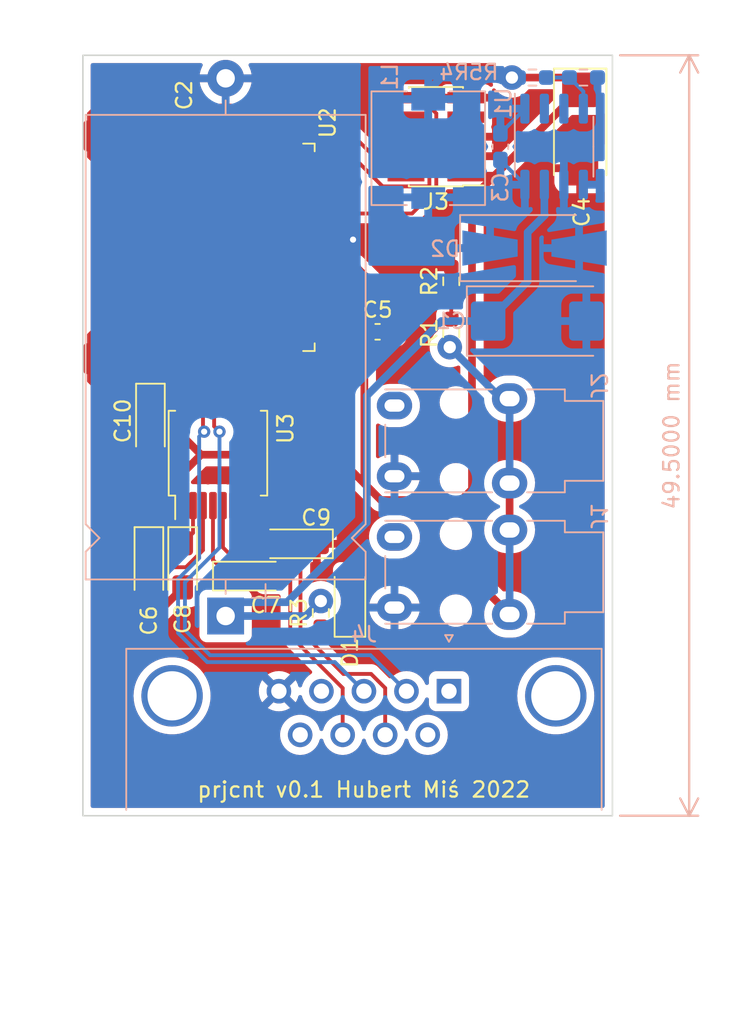
<source format=kicad_pcb>
(kicad_pcb (version 20211014) (generator pcbnew)
  (layers (0 "F.Cu" signal) (31 "B.Cu" signal) (34 "B.Paste" user) (35 "F.Paste" user) (36 "B.SilkS" user "B.Silkscreen") (37 "F.SilkS" user "F.Silkscreen") (38 "B.Mask" user) (39 "F.Mask" user) (44 "Edge.Cuts" user))
  (net 0 "")
  (net 1 "/+12_acc")
  (net 2 "GND")
  (net 3 "Net-(C3-Pad1)")
  (net 4 "Net-(C3-Pad2)")
  (net 5 "VDD")
  (net 6 "Net-(C6-Pad1)")
  (net 7 "Net-(C6-Pad2)")
  (net 8 "Net-(C7-Pad1)")
  (net 9 "Net-(C7-Pad2)")
  (net 10 "Net-(C8-Pad1)")
  (net 11 "Net-(C9-Pad2)")
  (net 12 "Net-(D1-Pad1)")
  (net 13 "+12V")
  (net 14 "/SWDIO")
  (net 15 "/SWDCLK")
  (net 19 "/RESET")
  (net 22 "/RXD")
  (net 23 "/TXD")
  (net 26 "/RTS")
  (net 27 "/CTS")
  (net 29 "/PWR_DETECT")
  (net 30 "Net-(R4-Pad2)")
  (net 33 "unconnected-(U1-Pad5)")
  (net 77 "/UART_RTS")
  (net 78 "/UART_CTS")
  (net 79 "/UART_TX")
  (net 80 "/UART_RX")
  (footprint "Resistor_SMD:R_0603_1608Metric_Pad0.98x0.95mm_HandSolder" (layer "F.Cu") (at 124.8 46.0125 90)
    (fp_text reference "R2" (at 0 -1.43 90) (layer "F.SilkS"))
    (fp_text value "R")
    (fp_line (start -0.254724 0.5225) (end 0.254724 0.5225) (layer "F.SilkS") (width 0.12))
    (fp_line (start -0.254724 -0.5225) (end 0.254724 -0.5225) (layer "F.SilkS") (width 0.12))
    (pad "1" smd roundrect (at -0.9125 0 90) (size 0.975 0.95) (layers "F.Cu" "F.Paste" "F.Mask") (net 29 "/PWR_DETECT"))
    (pad "2" smd roundrect (at 0.9125 0 90) (size 0.975 0.95) (layers "F.Cu" "F.Paste" "F.Mask") (net 2 "GND"))
  )
  (footprint "Diode_SMD:D_SOD-123" (layer "F.Cu") (at 118.2 66.9 90)
    (fp_text reference "D1" (at -3.3 0 90) (layer "F.SilkS"))
    (fp_text value "D")
    (fp_line (start -2.25 -1) (end -2.25 1) (layer "F.SilkS") (width 0.12))
    (fp_line (start -2.25 1) (end 1.65 1) (layer "F.SilkS") (width 0.12))
    (fp_line (start -2.25 -1) (end 1.65 -1) (layer "F.SilkS") (width 0.12))
    (pad "1" smd rect (at -1.65 0 90) (size 0.9 1.2) (layers "F.Cu" "F.Paste" "F.Mask") (net 12 "Net-(D1-Pad1)"))
    (pad "2" smd rect (at 1.65 0 90) (size 0.9 1.2) (layers "F.Cu" "F.Paste" "F.Mask") (net 13 "+12V"))
  )
  (footprint "Resistor_SMD:R_0603_1608Metric_Pad0.98x0.95mm_HandSolder" (layer "F.Cu") (at 124.8 49.3875 90)
    (fp_text reference "R1" (at 0 -1.43 90) (layer "F.SilkS"))
    (fp_text value "R")
    (fp_line (start -0.254724 -0.5225) (end 0.254724 -0.5225) (layer "F.SilkS") (width 0.12))
    (fp_line (start -0.254724 0.5225) (end 0.254724 0.5225) (layer "F.SilkS") (width 0.12))
    (pad "1" smd roundrect (at -0.9125 0 90) (size 0.975 0.95) (layers "F.Cu" "F.Paste" "F.Mask") (net 13 "+12V"))
    (pad "2" smd roundrect (at 0.9125 0 90) (size 0.975 0.95) (layers "F.Cu" "F.Paste" "F.Mask") (net 29 "/PWR_DETECT"))
  )
  (footprint "Capacitor_Tantalum_SMD:CP_EIA-3216-18_Kemet-A_Pad1.58x1.35mm_HandSolder" (layer "F.Cu") (at 111.7625 65.2)
    (fp_text reference "C7" (at 0.9375 1.9) (layer "F.SilkS"))
    (fp_text value "1u")
    (fp_line (start -2.485 -0.935) (end -2.485 0.935) (layer "F.SilkS") (width 0.12))
    (fp_line (start 1.6 -0.935) (end -2.485 -0.935) (layer "F.SilkS") (width 0.12))
    (fp_line (start -2.485 0.935) (end 1.6 0.935) (layer "F.SilkS") (width 0.12))
    (pad "1" smd roundrect (at -1.4375 0) (size 1.575 1.35) (layers "F.Cu" "F.Paste" "F.Mask") (roundrect_rratio 0.1851851852) (net 8 "Net-(C7-Pad1)"))
    (pad "2" smd roundrect (at 1.4375 0) (size 1.575 1.35) (layers "F.Cu" "F.Paste" "F.Mask") (roundrect_rratio 0.1851851852) (net 9 "Net-(C7-Pad2)"))
  )
  (footprint "Capacitor_Tantalum_SMD:CP_EIA-3216-18_Kemet-A_Pad1.58x1.35mm_HandSolder" (layer "F.Cu") (at 105.1 64.5 -90)
    (fp_text reference "C6" (at 3.6 0 90) (layer "F.SilkS"))
    (fp_text value "1u")
    (fp_line (start -2.485 -0.935) (end -2.485 0.935) (layer "F.SilkS") (width 0.12))
    (fp_line (start -2.485 0.935) (end 1.6 0.935) (layer "F.SilkS") (width 0.12))
    (fp_line (start 1.6 -0.935) (end -2.485 -0.935) (layer "F.SilkS") (width 0.12))
    (pad "1" smd roundrect (at -1.4375 0 270) (size 1.575 1.35) (layers "F.Cu" "F.Paste" "F.Mask") (roundrect_rratio 0.1851851852) (net 6 "Net-(C6-Pad1)"))
    (pad "2" smd roundrect (at 1.4375 0 270) (size 1.575 1.35) (layers "F.Cu" "F.Paste" "F.Mask") (roundrect_rratio 0.1851851852) (net 7 "Net-(C6-Pad2)"))
  )
  (footprint "Connector_PinHeader_1.27mm:PinHeader_2x05_P1.27mm_Vertical_SMD" (layer "F.Cu") (at 123.8 36.6 180)
    (fp_text reference "J3" (at 0 -4.235) (layer "F.SilkS"))
    (fp_text value "Conn_ARM_JTAG_SWD_10")
    (fp_line (start 1.765 -3.235) (end 1.765 -3.17) (layer "F.SilkS") (width 0.12))
    (fp_line (start -1.765 -3.235) (end 1.765 -3.235) (layer "F.SilkS") (width 0.12))
    (fp_line (start -1.765 -3.235) (end -1.765 -3.17) (layer "F.SilkS") (width 0.12))
    (fp_line (start 1.765 3.17) (end 1.765 3.235) (layer "F.SilkS") (width 0.12))
    (fp_line (start -3.09 -3.17) (end -1.765 -3.17) (layer "F.SilkS") (width 0.12))
    (fp_line (start -1.765 3.17) (end -1.765 3.235) (layer "F.SilkS") (width 0.12))
    (fp_line (start -1.765 3.235) (end 1.765 3.235) (layer "F.SilkS") (width 0.12))
    (pad "1" smd rect (at -1.95 -2.54 180) (size 2.4 0.74) (layers "F.Cu" "F.Paste" "F.Mask") (net 5 "VDD"))
    (pad "2" smd rect (at 1.95 -2.54 180) (size 2.4 0.74) (layers "F.Cu" "F.Paste" "F.Mask") (net 14 "/SWDIO"))
    (pad "3" smd rect (at -1.95 -1.27 180) (size 2.4 0.74) (layers "F.Cu" "F.Paste" "F.Mask") (net 2 "GND"))
    (pad "4" smd rect (at 1.95 -1.27 180) (size 2.4 0.74) (layers "F.Cu" "F.Paste" "F.Mask") (net 15 "/SWDCLK"))
    (pad "5" smd rect (at -1.95 0 180) (size 2.4 0.74) (layers "F.Cu" "F.Paste" "F.Mask") (net 2 "GND"))
    (pad "6" smd rect (at 1.95 0 180) (size 2.4 0.74) (layers "F.Cu" "F.Paste" "F.Mask"))
    (pad "7" smd rect (at -1.95 1.27 180) (size 2.4 0.74) (layers "F.Cu" "F.Paste" "F.Mask"))
    (pad "8" smd rect (at 1.95 1.27 180) (size 2.4 0.74) (layers "F.Cu" "F.Paste" "F.Mask"))
    (pad "9" smd rect (at -1.95 2.54 180) (size 2.4 0.74) (layers "F.Cu" "F.Paste" "F.Mask") (net 2 "GND"))
    (pad "10" smd rect (at 1.95 2.54 180) (size 2.4 0.74) (layers "F.Cu" "F.Paste" "F.Mask") (net 19 "/RESET"))
  )
  (footprint "Package_SO:SSOP-16_5.3x6.2mm_P0.65mm" (layer "F.Cu") (at 109.6 57.2 90)
    (fp_text reference "U3" (at 1.6 4.4 90) (layer "F.SilkS"))
    (fp_text value "MAX232")
    (fp_line (start 0 -3.21) (end -2.76 -3.21) (layer "F.SilkS") (width 0.12))
    (fp_line (start 0 3.21) (end -2.76 3.21) (layer "F.SilkS") (width 0.12))
    (fp_line (start 0 3.21) (end 2.76 3.21) (layer "F.SilkS") (width 0.12))
    (fp_line (start -2.76 3.21) (end -2.76 2.785) (layer "F.SilkS") (width 0.12))
    (fp_line (start 2.76 3.21) (end 2.76 2.785) (layer "F.SilkS") (width 0.12))
    (fp_line (start -2.76 -2.785) (end -4.3 -2.785) (layer "F.SilkS") (width 0.12))
    (fp_line (start 0 -3.21) (end 2.76 -3.21) (layer "F.SilkS") (width 0.12))
    (fp_line (start 2.76 -3.21) (end 2.76 -2.785) (layer "F.SilkS") (width 0.12))
    (fp_line (start -2.76 -3.21) (end -2.76 -2.785) (layer "F.SilkS") (width 0.12))
    (pad "1" smd roundrect (at -3.4125 -2.275 90) (size 1.775 0.5) (layers "F.Cu" "F.Paste" "F.Mask") (net 6 "Net-(C6-Pad1)"))
    (pad "2" smd roundrect (at -3.4125 -1.625 90) (size 1.775 0.5) (layers "F.Cu" "F.Paste" "F.Mask") (net 10 "Net-(C8-Pad1)"))
    (pad "3" smd roundrect (at -3.4125 -0.975 90) (size 1.775 0.5) (layers "F.Cu" "F.Paste" "F.Mask") (net 7 "Net-(C6-Pad2)"))
    (pad "4" smd roundrect (at -3.4125 -0.325 90) (size 1.775 0.5) (layers "F.Cu" "F.Paste" "F.Mask") (net 8 "Net-(C7-Pad1)"))
    (pad "5" smd roundrect (at -3.4125 0.325 90) (size 1.775 0.5) (layers "F.Cu" "F.Paste" "F.Mask") (net 9 "Net-(C7-Pad2)"))
    (pad "6" smd roundrect (at -3.4125 0.975 90) (size 1.775 0.5) (layers "F.Cu" "F.Paste" "F.Mask") (net 11 "Net-(C9-Pad2)"))
    (pad "7" smd roundrect (at -3.4125 1.625 90) (size 1.775 0.5) (layers "F.Cu" "F.Paste" "F.Mask") (net 27 "/CTS"))
    (pad "8" smd roundrect (at -3.4125 2.275 90) (size 1.775 0.5) (layers "F.Cu" "F.Paste" "F.Mask") (net 26 "/RTS"))
    (pad "9" smd roundrect (at 3.4125 2.275 90) (size 1.775 0.5) (layers "F.Cu" "F.Paste" "F.Mask") (net 77 "/UART_RTS"))
    (pad "10" smd roundrect (at 3.4125 1.625 90) (size 1.775 0.5) (layers "F.Cu" "F.Paste" "F.Mask") (net 78 "/UART_CTS"))
    (pad "11" smd roundrect (at 3.4125 0.975 90) (size 1.775 0.5) (layers "F.Cu" "F.Paste" "F.Mask") (net 79 "/UART_TX"))
    (pad "12" smd roundrect (at 3.4125 0.325 90) (size 1.775 0.5) (layers "F.Cu" "F.Paste" "F.Mask") (net 80 "/UART_RX"))
    (pad "13" smd roundrect (at 3.4125 -0.325 90) (size 1.775 0.5) (layers "F.Cu" "F.Paste" "F.Mask") (net 22 "/RXD"))
    (pad "14" smd roundrect (at 3.4125 -0.975 90) (size 1.775 0.5) (layers "F.Cu" "F.Paste" "F.Mask") (net 23 "/TXD"))
    (pad "15" smd roundrect (at 3.4125 -1.625 90) (size 1.775 0.5) (layers "F.Cu" "F.Paste" "F.Mask") (net 2 "GND"))
    (pad "16" smd roundrect (at 3.4125 -2.275 90) (size 1.775 0.5) (layers "F.Cu" "F.Paste" "F.Mask") (net 5 "VDD"))
  )
  (footprint "Capacitor_Tantalum_SMD:CP_EIA-6032-28_Kemet-C_Pad2.25x2.35mm_HandSolder" (layer "F.Cu") (at 133.2 36.1 -90)
    (fp_text reference "C4" (at 5.4 -0.1 90) (layer "F.SilkS"))
    (fp_text value "100u 10V")
    (fp_line (start 3 -1.71) (end -3.935 -1.71) (layer "F.SilkS") (width 0.12))
    (fp_line (start -3.935 1.71) (end 3 1.71) (layer "F.SilkS") (width 0.12))
    (fp_line (start -3.935 -1.71) (end -3.935 1.71) (layer "F.SilkS") (width 0.12))
    (pad "1" smd roundrect (at -2.55 0 270) (size 2.25 2.35) (layers "F.Cu" "F.Paste" "F.Mask") (roundrect_rratio 0.1111111111) (net 5 "VDD"))
    (pad "2" smd roundrect (at 2.55 0 270) (size 2.25 2.35) (layers "F.Cu" "F.Paste" "F.Mask") (roundrect_rratio 0.1111111111) (net 2 "GND"))
  )
  (footprint "Capacitor_Tantalum_SMD:CP_EIA-3216-18_Kemet-A_Pad1.58x1.35mm_HandSolder" (layer "F.Cu") (at 107.3 64.5 -90)
    (fp_text reference "C8" (at 3.5 0 90) (layer "F.SilkS"))
    (fp_text value "1u")
    (fp_line (start 1.6 -0.935) (end -2.485 -0.935) (layer "F.SilkS") (width 0.12))
    (fp_line (start -2.485 -0.935) (end -2.485 0.935) (layer "F.SilkS") (width 0.12))
    (fp_line (start -2.485 0.935) (end 1.6 0.935) (layer "F.SilkS") (width 0.12))
    (pad "1" smd roundrect (at -1.4375 0 270) (size 1.575 1.35) (layers "F.Cu" "F.Paste" "F.Mask") (roundrect_rratio 0.1851851852) (net 10 "Net-(C8-Pad1)"))
    (pad "2" smd roundrect (at 1.4375 0 270) (size 1.575 1.35) (layers "F.Cu" "F.Paste" "F.Mask") (roundrect_rratio 0.1851851852) (net 5 "VDD"))
  )
  (footprint "Capacitor_Tantalum_SMD:CP_EIA-3216-18_Kemet-A_Pad1.58x1.35mm_HandSolder" (layer "F.Cu") (at 114.6 63.1 180)
    (fp_text reference "C9" (at -1.4 1.7) (layer "F.SilkS"))
    (fp_text value "1u")
    (fp_line (start -2.485 0.935) (end 1.6 0.935) (layer "F.SilkS") (width 0.12))
    (fp_line (start 1.6 -0.935) (end -2.485 -0.935) (layer "F.SilkS") (width 0.12))
    (fp_line (start -2.485 -0.935) (end -2.485 0.935) (layer "F.SilkS") (width 0.12))
    (pad "1" smd roundrect (at -1.4375 0 180) (size 1.575 1.35) (layers "F.Cu" "F.Paste" "F.Mask") (roundrect_rratio 0.1851851852) (net 2 "GND"))
    (pad "2" smd roundrect (at 1.4375 0 180) (size 1.575 1.35) (layers "F.Cu" "F.Paste" "F.Mask") (roundrect_rratio 0.1851851852) (net 11 "Net-(C9-Pad2)"))
  )
  (footprint "Capacitor_Tantalum_SMD:CP_EIA-3216-18_Kemet-A_Pad1.58x1.35mm_HandSolder" (layer "F.Cu") (at 105.2 55.1625 -90)
    (fp_text reference "C10" (at -0.0625 1.8 90) (layer "F.SilkS"))
    (fp_text value "1u")
    (fp_line (start -2.485 -0.935) (end -2.485 0.935) (layer "F.SilkS") (width 0.12))
    (fp_line (start 1.6 -0.935) (end -2.485 -0.935) (layer "F.SilkS") (width 0.12))
    (fp_line (start -2.485 0.935) (end 1.6 0.935) (layer "F.SilkS") (width 0.12))
    (pad "1" smd roundrect (at -1.4375 0 270) (size 1.575 1.35) (layers "F.Cu" "F.Paste" "F.Mask") (roundrect_rratio 0.1851851852) (net 5 "VDD"))
    (pad "2" smd roundrect (at 1.4375 0 270) (size 1.575 1.35) (layers "F.Cu" "F.Paste" "F.Mask") (roundrect_rratio 0.1851851852) (net 2 "GND"))
  )
  (footprint "holyiot:Holyiot-18010" (layer "F.Cu") (at 97.9 43.8 90)
    (fp_text reference "U2" (at 8.1 18.85 90 unlocked) (layer "F.SilkS"))
    (fp_text value "Holyiot-18010")
    (fp_line (start 6.75 18) (end 6.75 17.25) (layer "F.SilkS") (width 0.12))
    (fp_line (start -6.75 18) (end -6.75 17.25) (layer "F.SilkS") (width 0.12))
    (fp_line (start -6.75 18) (end -6.25 18) (layer "F.SilkS") (width 0.12))
    (fp_line (start 6.75 18) (end 6.25 18) (layer "F.SilkS") (width 0.12))
    (pad "1" smd roundrect (at -7.25 3.3 90) (size 2 0.7) (layers "F.Cu" "F.Paste" "F.Mask") (net 2 "GND"))
    (pad "2" smd roundrect (at -7.25 4.4 90) (size 2 0.7) (layers "F.Cu" "F.Paste" "F.Mask"))
    (pad "3" smd roundrect (at -7.25 5.5 90) (size 2 0.7) (layers "F.Cu" "F.Paste" "F.Mask"))
    (pad "4" smd roundrect (at -7.25 6.6 90) (size 2 0.7) (layers "F.Cu" "F.Paste" "F.Mask"))
    (pad "5" smd roundrect (at -7.25 7.7 90) (size 2 0.7) (layers "F.Cu" "F.Paste" "F.Mask"))
    (pad "6" smd roundrect (at -7.25 8.8 90) (size 2 0.7) (layers "F.Cu" "F.Paste" "F.Mask"))
    (pad "7" smd roundrect (at -7.25 9.9 90) (size 2 0.7) (layers "F.Cu" "F.Paste" "F.Mask"))
    (pad "8" smd roundrect (at -7.25 11 90) (size 2 0.7) (layers "F.Cu" "F.Paste" "F.Mask"))
    (pad "9" smd roundrect (at -7.25 12.1 90) (size 2 0.7) (layers "F.Cu" "F.Paste" "F.Mask") (net 80 "/UART_RX"))
    (pad "10" smd roundrect (at -7.25 13.2 90) (size 2 0.7) (layers "F.Cu" "F.Paste" "F.Mask") (net 79 "/UART_TX"))
    (pad "11" smd roundrect (at -7.25 14.3 90) (size 2 0.7) (layers "F.Cu" "F.Paste" "F.Mask") (net 78 "/UART_CTS"))
    (pad "12" smd roundrect (at -7.25 15.4 90) (size 2 0.7) (layers "F.Cu" "F.Paste" "F.Mask") (net 77 "/UART_RTS"))
    (pad "13" smd roundrect (at -7.25 16.5 90) (size 2 0.7) (layers "F.Cu" "F.Paste" "F.Mask"))
    (pad "14" smd roundrect (at -5.5 18.5 180) (size 2 0.7) (layers "F.Cu" "F.Paste" "F.Mask") (net 5 "VDD"))
    (pad "15" smd roundrect (at -4.4 18.5 180) (size 2 0.7) (layers "F.Cu" "F.Paste" "F.Mask"))
    (pad "16" smd roundrect (at -3.3 18.5 180) (size 2 0.7) (layers "F.Cu" "F.Paste" "F.Mask"))
    (pad "17" smd roundrect (at -2.2 18.5 180) (size 2 0.7) (layers "F.Cu" "F.Paste" "F.Mask"))
    (pad "18" smd roundrect (at -1.1 18.5 180) (size 2 0.7) (layers "F.Cu" "F.Paste" "F.Mask") (net 29 "/PWR_DETECT"))
    (pad "19" smd roundrect (at 0 18.5 180) (size 2 0.7) (layers "F.Cu" "F.Paste" "F.Mask"))
    (pad "20" smd roundrect (at 1.1 18.5 180) (size 2 0.7) (layers "F.Cu" "F.Paste" "F.Mask"))
    (pad "21" smd roundrect (at 2.2 18.5 180) (size 2 0.7) (layers "F.Cu" "F.Paste" "F.Mask") (net 19 "/RESET"))
    (pad "22" smd roundrect (at 3.3 18.5 180) (size 2 0.7) (layers "F.Cu" "F.Paste" "F.Mask"))
    (pad "23" smd roundrect (at 4.4 18.5 180) (size 2 0.7) (layers "F.Cu" "F.Paste" "F.Mask"))
    (pad "24" smd roundrect (at 5.5 18.5 180) (size 2 0.7) (layers "F.Cu" "F.Paste" "F.Mask"))
    (pad "25" smd roundrect (at 7.25 16.5 90) (size 2 0.7) (layers "F.Cu" "F.Paste" "F.Mask") (net 2 "GND"))
    (pad "26" smd roundrect (at 7.25 15.4 90) (size 2 0.7) (layers "F.Cu" "F.Paste" "F.Mask"))
    (pad "27" smd roundrect (at 7.25 14.3 90) (size 2 0.7) (layers "F.Cu" "F.Paste" "F.Mask"))
    (pad "28" smd roundrect (at 7.25 13.2 90) (size 2 0.7) (layers "F.Cu" "F.Paste" "F.Mask"))
    (pad "29" smd roundrect (at 7.25 12.1 90) (size 2 0.7) (layers "F.Cu" "F.Paste" "F.Mask"))
    (pad "30" smd roundrect (at 7.25 11 90) (size 2 0.7) (layers "F.Cu" "F.Paste" "F.Mask"))
    (pad "31" smd roundrect (at 7.25 9.9 90) (size 2 0.7) (layers "F.Cu" "F.Paste" "F.Mask") (net 15 "/SWDCLK"))
    (pad "32" smd roundrect (at 7.25 8.8 90) (size 2 0.7) (layers "F.Cu" "F.Paste" "F.Mask") (net 14 "/SWDIO"))
    (pad "33" smd roundrect (at 7.25 7.7 90) (size 2 0.7) (layers "F.Cu" "F.Paste" "F.Mask"))
    (pad "34" smd roundrect (at 7.25 6.6 90) (size 2 0.7) (layers "F.Cu" "F.Paste" "F.Mask"))
    (pad "35" smd roundrect (at 7.25 5.5 90) (size 2 0.7) (layers "F.Cu" "F.Paste" "F.Mask"))
    (pad "36" smd roundrect (at 7.25 4.4 90) (size 2 0.7) (layers "F.Cu" "F.Paste" "F.Mask"))
    (pad "37" smd roundrect (at 7.25 3.3 90) (size 2 0.7) (layers "F.Cu" "F.Paste" "F.Mask") (net 2 "GND"))
    (pad "38" smd roundrect (at -4.25 5.5 90) (size 1 0.7) (layers "F.Cu" "F.Paste" "F.Mask"))
    (pad "39" smd roundrect (at -4.25 6.6 90) (size 1 0.7) (layers "F.Cu" "F.Paste" "F.Mask"))
    (pad "40" smd roundrect (at -4.25 7.7 90) (size 1 0.7) (layers "F.Cu" "F.Paste" "F.Mask"))
    (pad "41" smd roundrect (at -4.25 8.8 90) (size 1 0.7) (layers "F.Cu" "F.Paste" "F.Mask"))
    (pad "42" smd roundrect (at -4.25 9.9 90) (size 1 0.7) (layers "F.Cu" "F.Paste" "F.Mask"))
    (pad "43" smd roundrect (at -4.25 11 90) (size 1 0.7) (layers "F.Cu" "F.Paste" "F.Mask"))
    (pad "44" smd roundrect (at -4.25 12.1 90) (size 1 0.7) (layers "F.Cu" "F.Paste" "F.Mask"))
    (pad "45" smd roundrect (at -4.25 13.2 90) (size 1 0.7) (layers "F.Cu" "F.Paste" "F.Mask"))
    (pad "46" smd roundrect (at -4.25 14.3 90) (size 1 0.7) (layers "F.Cu" "F.Paste" "F.Mask"))
    (pad "47" smd roundrect (at 4.25 5.5 90) (size 1 0.7) (layers "F.Cu" "F.Paste" "F.Mask"))
    (pad "48" smd roundrect (at 4.25 6.6 90) (size 1 0.7) (layers "F.Cu" "F.Paste" "F.Mask"))
    (pad "49" smd roundrect (at 4.25 7.7 90) (size 1 0.7) (layers "F.Cu" "F.Paste" "F.Mask"))
    (pad "50" smd roundrect (at 4.25 8.8 90) (size 1 0.7) (layers "F.Cu" "F.Paste" "F.Mask"))
    (pad "51" smd roundrect (at 4.25 9.9 90) (size 1 0.7) (layers "F.Cu" "F.Paste" "F.Mask"))
    (pad "52" smd roundrect (at 4.25 11 90) (size 1 0.7) (layers "F.Cu" "F.Paste" "F.Mask"))
    (pad "53" smd roundrect (at 4.25 12.1 90) (size 1 0.7) (layers "F.Cu" "F.Paste" "F.Mask"))
    (pad "54" smd roundrect (at 4.25 13.2 90) (size 1 0.7) (layers "F.Cu" "F.Paste" "F.Mask"))
    (pad "55" smd roundrect (at 4.25 14.3 90) (size 1 0.7) (layers "F.Cu" "F.Paste" "F.Mask"))
    (zone (net 0) (net_name "") (layers *.Cu) (name "Antenna proximity") (connect_pads (clearance 0)) (min_thickness 0.254)
      (keepout (tracks not_allowed) (vias not_allowed) (pads not_allowed) (copperpour not_allowed) (footprints not_allowed))
      (fill (thermal_gap 0.508) (thermal_bridge_width 0.508))
      (polygon (pts (xy 100.7 32.05) (xy 100.7 55.55) (xy 95.4 55.55) (xy 95.4 32.05)))
    )
  )
  (footprint "Capacitor_SMD:C_0603_1608Metric_Pad1.08x0.95mm_HandSolder" (layer "F.Cu") (at 120 49.3)
    (fp_text reference "C5" (at 0 -1.43) (layer "F.SilkS"))
    (fp_text value "C")
    (fp_line (start -0.146267 0.51) (end 0.146267 0.51) (layer "F.SilkS") (width 0.12))
    (fp_line (start -0.146267 -0.51) (end 0.146267 -0.51) (layer "F.SilkS") (width 0.12))
    (pad "1" smd roundrect (at -0.8625 0) (size 1.075 0.95) (layers "F.Cu" "F.Paste" "F.Mask") (net 5 "VDD"))
    (pad "2" smd roundrect (at 0.8625 0) (size 1.075 0.95) (layers "F.Cu" "F.Paste" "F.Mask") (net 2 "GND"))
  )
  (footprint "Resistor_SMD:R_0603_1608Metric_Pad0.98x0.95mm_HandSolder" (layer "F.Cu") (at 116.3 67.6 90)
    (fp_text reference "R3" (at 0 -1.43 90) (layer "F.SilkS"))
    (fp_text value "600")
    (fp_line (start -0.254724 -0.5225) (end 0.254724 -0.5225) (layer "F.SilkS") (width 0.12))
    (fp_line (start -0.254724 0.5225) (end 0.254724 0.5225) (layer "F.SilkS") (width 0.12))
    (pad "1" smd roundrect (at -0.9125 0 90) (size 0.975 0.95) (layers "F.Cu" "F.Paste" "F.Mask") (net 12 "Net-(D1-Pad1)"))
    (pad "2" smd roundrect (at 0.9125 0 90) (size 0.975 0.95) (layers "F.Cu" "F.Paste" "F.Mask") (net 1 "/+12_acc"))
  )
  (footprint "Capacitor_THT:CP_Axial_L30.0mm_D18.0mm_P35.00mm_Horizontal" (layer "B.Cu") (at 110.1 67.8 90)
    (fp_text reference "C2" (at 33.9 -2.7 90) (layer "F.SilkS"))
    (fp_text value "2u2 25V")
    (fp_line (start 4.18 9.12) (end 5.08 8.22) (layer "B.SilkS") (width 0.12))
    (fp_line (start 0.28 2.6) (end 2.08 2.6) (layer "B.SilkS") (width 0.12))
    (fp_line (start 5.08 -8.22) (end 5.98 -9.12) (layer "B.SilkS") (width 0.12))
    (fp_line (start 5.98 -9.12) (end 32.62 -9.12) (layer "B.SilkS") (width 0.12))
    (fp_line (start 1.44 0) (end 2.38 0) (layer "B.SilkS") (width 0.12))
    (fp_line (start 5.08 8.22) (end 5.98 9.12) (layer "B.SilkS") (width 0.12))
    (fp_line (start 33.56 0) (end 32.62 0) (layer "B.SilkS") (width 0.12))
    (fp_line (start 2.38 -9.12) (end 4.18 -9.12) (layer "B.SilkS") (width 0.12))
    (fp_line (start 1.18 3.5) (end 1.18 1.7) (layer "B.SilkS") (width 0.12))
    (fp_line (start 5.98 9.12) (end 32.62 9.12) (layer "B.SilkS") (width 0.12))
    (fp_line (start 32.62 9.12) (end 32.62 -9.12) (layer "B.SilkS") (width 0.12))
    (fp_line (start 2.38 9.12) (end 2.38 -9.12) (layer "B.SilkS") (width 0.12))
    (fp_line (start 4.18 -9.12) (end 5.08 -8.22) (layer "B.SilkS") (width 0.12))
    (fp_line (start 2.38 9.12) (end 4.18 9.12) (layer "B.SilkS") (width 0.12))
    (pad "1" thru_hole rect (at 0 0 90) (size 2.4 2.4) (drill 1.2) (layers *.Cu *.Mask) (net 1 "/+12_acc"))
    (pad "2" thru_hole oval (at 35 0 90) (size 2.4 2.4) (drill 1.2) (layers *.Cu *.Mask) (net 2 "GND"))
  )
  (footprint "Resistor_SMD:R_0603_1608Metric_Pad0.98x0.95mm_HandSolder" (layer "B.Cu") (at 133.4125 32.75)
    (fp_text reference "R5" (at -6.5125 -0.35) (layer "B.SilkS") (effects (justify mirror)))
    (fp_text value "1k")
    (fp_line (start -0.254724 0.5225) (end 0.254724 0.5225) (layer "B.SilkS") (width 0.12))
    (fp_line (start -0.254724 -0.5225) (end 0.254724 -0.5225) (layer "B.SilkS") (width 0.12))
    (pad "1" smd roundrect (at -0.9125 0) (size 0.975 0.95) (layers "B.Cu" "B.Paste" "B.Mask") (net 30 "Net-(R4-Pad2)"))
    (pad "2" smd roundrect (at 0.9125 0) (size 0.975 0.95) (layers "B.Cu" "B.Paste" "B.Mask") (net 2 "GND"))
  )
  (footprint "Connector_Audio:Jack_3.5mm_Lumberg_1503_07_Horizontal" (layer "B.Cu") (at 128.6 59.15 90)
    (fp_text reference "J2" (at 6.35 5.8 270 unlocked) (layer "B.SilkS") (effects (justify mirror)))
    (fp_text value "AudioPlug2")
    (fp_line (start 1.7 -8.1) (end 3.8 -8.1) (layer "B.SilkS") (width 0.12))
    (fp_line (start -0.6 3.6) (end -0.6 1.15) (layer "B.SilkS") (width 0.12))
    (fp_line (start 0.15 3.6) (end -0.6 3.6) (layer "B.SilkS") (width 0.12))
    (fp_line (start 6.1 3.6) (end 6.1 1.15) (layer "B.SilkS") (width 0.12))
    (fp_line (start 0.15 6.1) (end 5.35 6.1) (layer "B.SilkS") (width 0.12))
    (fp_line (start -0.6 -1.15) (end -0.6 -8.1) (layer "B.SilkS") (width 0.12))
    (fp_line (start 5.35 3.6) (end 6.1 3.6) (layer "B.SilkS") (width 0.12))
    (fp_line (start 6.1 -1.15) (end 6.1 -8.1) (layer "B.SilkS") (width 0.12))
    (fp_line (start 5.35 6.1) (end 5.35 3.6) (layer "B.SilkS") (width 0.12))
    (fp_line (start 0.15 6.1) (end 0.15 3.6) (layer "B.SilkS") (width 0.12))
    (pad "" np_thru_hole circle (at 5.25 -3.5 90) (size 1.1 1.1) (drill 1.1) (layers F&B.Cu *.Mask))
    (pad "" np_thru_hole circle (at 0.25 -3.5 90) (size 1.1 1.1) (drill 1.1) (layers F&B.Cu *.Mask))
    (pad "R" thru_hole oval (at 5.05 -7.5 90) (size 1.8 2.3) (drill oval 0.8 1.3) (layers *.Cu *.Mask))
    (pad "S" thru_hole oval (at 0.45 -7.5 90) (size 1.8 2.3) (drill oval 0.8 1.3) (layers *.Cu *.Mask) (net 2 "GND"))
    (pad "T" thru_hole oval (at 0 0 90) (size 2 2.3) (drill oval 1 1.3) (layers *.Cu *.Mask) (net 13 "+12V"))
    (pad "T" thru_hole oval (at 5.5 0 90) (size 2 2.3) (drill oval 1 1.3) (layers *.Cu *.Mask) (net 13 "+12V"))
  )
  (footprint "Capacitor_Tantalum_SMD:CP_EIA-7343-31_Kemet-D_Pad2.25x2.55mm_HandSolder" (layer "B.Cu") (at 130.4 48.6)
    (fp_text reference "C1" (at -5.6 0) (layer "B.SilkS") (effects (justify mirror)))
    (fp_text value "15uF 30V")
    (fp_line (start -4.585 2.26) (end -4.585 -2.26) (layer "B.SilkS") (width 0.12))
    (fp_line (start -4.585 -2.26) (end 3.65 -2.26) (layer "B.SilkS") (width 0.12))
    (fp_line (start 3.65 2.26) (end -4.585 2.26) (layer "B.SilkS") (width 0.12))
    (pad "1" smd roundrect (at -3.2 0) (size 2.25 2.55) (layers "B.Cu" "B.Paste" "B.Mask") (roundrect_rratio 0.1111111111) (net 1 "/+12_acc"))
    (pad "2" smd roundrect (at 3.2 0) (size 2.25 2.55) (layers "B.Cu" "B.Paste" "B.Mask") (roundrect_rratio 0.1111111111) (net 2 "GND"))
  )
  (footprint "Package_SO:SOIC-8_3.9x4.9mm_P1.27mm" (layer "B.Cu") (at 131.5 37.25 -90)
    (fp_text reference "U1" (at -2.85 3.3 90) (layer "B.SilkS") (effects (justify mirror)))
    (fp_text value "LM2672M-ADJ")
    (fp_line (start 0 -2.56) (end 1.95 -2.56) (layer "B.SilkS") (width 0.12))
    (fp_line (start 0 2.56) (end 1.95 2.56) (layer "B.SilkS") (width 0.12))
    (fp_line (start 0 -2.56) (end -1.95 -2.56) (layer "B.SilkS") (width 0.12))
    (fp_line (start 0 2.56) (end -3.45 2.56) (layer "B.SilkS") (width 0.12))
    (pad "1" smd roundrect (at -2.475 1.905 270) (size 1.95 0.6) (layers "B.Cu" "B.Paste" "B.Mask") (net 3 "Net-(C3-Pad1)"))
    (pad "2" smd roundrect (at -2.475 0.635 270) (size 1.95 0.6) (layers "B.Cu" "B.Paste" "B.Mask"))
    (pad "3" smd roundrect (at -2.475 -0.635 270) (size 1.95 0.6) (layers "B.Cu" "B.Paste" "B.Mask"))
    (pad "4" smd roundrect (at -2.475 -1.905 270) (size 1.95 0.6) (layers "B.Cu" "B.Paste" "B.Mask") (net 30 "Net-(R4-Pad2)"))
    (pad "5" smd roundrect (at 2.475 -1.905 270) (size 1.95 0.6) (layers "B.Cu" "B.Paste" "B.Mask") (net 33 "unconnected-(U1-Pad5)"))
    (pad "6" smd roundrect (at 2.475 -0.635 270) (size 1.95 0.6) (layers "B.Cu" "B.Paste" "B.Mask") (net 2 "GND"))
    (pad "7" smd roundrect (at 2.475 0.635 270) (size 1.95 0.6) (layers "B.Cu" "B.Paste" "B.Mask") (net 1 "/+12_acc"))
    (pad "8" smd roundrect (at 2.475 1.905 270) (size 1.95 0.6) (layers "B.Cu" "B.Paste" "B.Mask") (net 4 "Net-(C3-Pad2)"))
  )
  (footprint "Connector_Dsub:DSUB-9_Male_Horizontal_P2.77x2.84mm_EdgePinOffset4.94mm_Housed_MountingHolesOffset7.48mm" (layer "B.Cu") (at 124.65 72.694669 180)
    (fp_text reference "J4" (at 5.54 3.7) (layer "B.SilkS") (effects (justify mirror)))
    (fp_text value "DB9_Male_MountingHoles")
    (fp_line (start 0 3.221325) (end -0.25 3.654338) (layer "B.SilkS") (width 0.12))
    (fp_line (start 21.025 2.76) (end 21.025 -7.72) (layer "B.SilkS") (width 0.12))
    (fp_line (start 0.25 3.654338) (end 0 3.221325) (layer "B.SilkS") (width 0.12))
    (fp_line (start -9.945 2.76) (end 21.025 2.76) (layer "B.SilkS") (width 0.12))
    (fp_line (start -0.25 3.654338) (end 0.25 3.654338) (layer "B.SilkS") (width 0.12))
    (fp_line (start -9.945 -7.72) (end -9.945 2.76) (layer "B.SilkS") (width 0.12))
    (pad "0" thru_hole circle (at 18.04 -0.3 180) (size 4 4) (drill 3.2) (layers *.Cu *.Mask))
    (pad "0" thru_hole circle (at -6.96 -0.3 180) (size 4 4) (drill 3.2) (layers *.Cu *.Mask))
    (pad "1" thru_hole rect (at 0 0 180) (size 1.6 1.6) (drill 1) (layers *.Cu *.Mask))
    (pad "2" thru_hole circle (at 2.77 0 180) (size 1.6 1.6) (drill 1) (layers *.Cu *.Mask) (net 22 "/RXD"))
    (pad "3" thru_hole circle (at 5.54 0 180) (size 1.6 1.6) (drill 1) (layers *.Cu *.Mask) (net 23 "/TXD"))
    (pad "4" thru_hole circle (at 8.31 0 180) (size 1.6 1.6) (drill 1) (layers *.Cu *.Mask))
    (pad "5" thru_hole circle (at 11.08 0 180) (size 1.6 1.6) (drill 1) (layers *.Cu *.Mask) (net 2 "GND"))
    (pad "6" thru_hole circle (at 1.385 -2.84 180) (size 1.6 1.6) (drill 1) (layers *.Cu *.Mask))
    (pad "7" thru_hole circle (at 4.155 -2.84 180) (size 1.6 1.6) (drill 1) (layers *.Cu *.Mask) (net 26 "/RTS"))
    (pad "8" thru_hole circle (at 6.925 -2.84 180) (size 1.6 1.6) (drill 1) (layers *.Cu *.Mask) (net 27 "/CTS"))
    (pad "9" thru_hole circle (at 9.695 -2.84 180) (size 1.6 1.6) (drill 1) (layers *.Cu *.Mask))
  )
  (footprint "Resistor_SMD:R_0603_1608Metric_Pad0.98x0.95mm_HandSolder" (layer "B.Cu") (at 130.0875 32.75)
    (fp_text reference "R4" (at -5.0875 -0.35) (layer "B.SilkS") (effects (justify mirror)))
    (fp_text value "1k5")
    (fp_line (start -0.254724 0.5225) (end 0.254724 0.5225) (layer "B.SilkS") (width 0.12))
    (fp_line (start -0.254724 -0.5225) (end 0.254724 -0.5225) (layer "B.SilkS") (width 0.12))
    (pad "1" smd roundrect (at -0.9125 0) (size 0.975 0.95) (layers "B.Cu" "B.Paste" "B.Mask") (net 5 "VDD"))
    (pad "2" smd roundrect (at 0.9125 0) (size 0.975 0.95) (layers "B.Cu" "B.Paste" "B.Mask") (net 30 "Net-(R4-Pad2)"))
  )
  (footprint "Capacitor_SMD:C_0603_1608Metric_Pad1.08x0.95mm_HandSolder" (layer "B.Cu") (at 128 37.25 -90)
    (fp_text reference "C3" (at 2.65 0 90) (layer "B.SilkS") (effects (justify mirror)))
    (fp_text value "10n")
    (fp_line (start -0.146267 0.51) (end 0.146267 0.51) (layer "B.SilkS") (width 0.12))
    (fp_line (start -0.146267 -0.51) (end 0.146267 -0.51) (layer "B.SilkS") (width 0.12))
    (pad "1" smd roundrect (at -0.8625 0 270) (size 1.075 0.95) (layers "B.Cu" "B.Paste" "B.Mask") (net 3 "Net-(C3-Pad1)"))
    (pad "2" smd roundrect (at 0.8625 0 270) (size 1.075 0.95) (layers "B.Cu" "B.Paste" "B.Mask") (net 4 "Net-(C3-Pad2)"))
  )
  (footprint "Diode_SMD:D_SMA-SMB_Universal_Handsoldering" (layer "B.Cu") (at 130.225 43.85)
    (fp_text reference "D2" (at -5.825 0.05) (layer "B.SilkS") (effects (justify mirror)))
    (fp_text value "B130")
    (fp_line (start -4.85 2.15) (end 2.7 2.15) (layer "B.SilkS") (width 0.12))
    (fp_line (start -4.85 2.15) (end -4.85 -2.15) (layer "B.SilkS") (width 0.12))
    (fp_line (start -4.85 -2.15) (end 2.7 -2.15) (layer "B.SilkS") (width 0.12))
    (pad "1" smd trapezoid (at -2.9 0) (size 3.6 1.7) (rect_delta 0.6 0) (layers "B.Cu" "B.Paste" "B.Mask") (net 4 "Net-(C3-Pad2)"))
    (pad "2" smd trapezoid (at 2.9 0 180) (size 3.6 1.7) (rect_delta 0.6 0) (layers "B.Cu" "B.Paste" "B.Mask") (net 2 "GND"))
  )
  (footprint "Connector_Audio:Jack_3.5mm_Lumberg_1503_07_Horizontal" (layer "B.Cu") (at 128.6 67.7 90)
    (fp_text reference "J1" (at 6.4 5.8 270 unlocked) (layer "B.SilkS") (effects (justify mirror)))
    (fp_text value "AudioPlug2")
    (fp_line (start 1.7 -8.1) (end 3.8 -8.1) (layer "B.SilkS") (width 0.12))
    (fp_line (start 0.15 6.1) (end 0.15 3.6) (layer "B.SilkS") (width 0.12))
    (fp_line (start -0.6 -1.15) (end -0.6 -8.1) (layer "B.SilkS") (width 0.12))
    (fp_line (start 6.1 -1.15) (end 6.1 -8.1) (layer "B.SilkS") (width 0.12))
    (fp_line (start 6.1 3.6) (end 6.1 1.15) (layer "B.SilkS") (width 0.12))
    (fp_line (start 0.15 6.1) (end 5.35 6.1) (layer "B.SilkS") (width 0.12))
    (fp_line (start 5.35 3.6) (end 6.1 3.6) (layer "B.SilkS") (width 0.12))
    (fp_line (start 0.15 3.6) (end -0.6 3.6) (layer "B.SilkS") (width 0.12))
    (fp_line (start 5.35 6.1) (end 5.35 3.6) (layer "B.SilkS") (width 0.12))
    (fp_line (start -0.6 3.6) (end -0.6 1.15) (layer "B.SilkS") (width 0.12))
    (pad "" np_thru_hole circle (at 0.25 -3.5 90) (size 1.1 1.1) (drill 1.1) (layers F&B.Cu *.Mask))
    (pad "" np_thru_hole circle (at 5.25 -3.5 90) (size 1.1 1.1) (drill 1.1) (layers F&B.Cu *.Mask))
    (pad "R" thru_hole oval (at 5.05 -7.5 90) (size 1.8 2.3) (drill oval 0.8 1.3) (layers *.Cu *.Mask))
    (pad "S" thru_hole oval (at 0.45 -7.5 90) (size 1.8 2.3) (drill oval 0.8 1.3) (layers *.Cu *.Mask) (net 2 "GND"))
    (pad "T" thru_hole oval (at 0 0 90) (size 2 2.3) (drill oval 1 1.3) (layers *.Cu *.Mask) (net 13 "+12V"))
    (pad "T" thru_hole oval (at 5.5 0 90) (size 2 2.3) (drill oval 1 1.3) (layers *.Cu *.Mask) (net 13 "+12V"))
  )
  (footprint "Inductor_SMD:L_7.3x7.3_H3.5" (layer "B.Cu") (at 123.3 37.35 90)
    (fp_text reference "L1" (at 4.65 -2.5 90) (layer "B.SilkS") (effects (justify mirror)))
    (fp_text value "100u")
    (fp_line (start -3.7 3.7) (end 3.7 3.7) (layer "B.SilkS") (width 0.12))
    (fp_line (start -3.7 1.4) (end -3.7 3.7) (layer "B.SilkS") (width 0.12))
    (fp_line (start 3.7 3.7) (end 3.7 1.4) (layer "B.SilkS") (width 0.12))
    (fp_line (start 3.7 -3.7) (end -3.7 -3.7) (layer "B.SilkS") (width 0.12))
    (fp_line (start -3.7 -3.7) (end -3.7 -1.4) (layer "B.SilkS") (width 0.12))
    (fp_line (start 3.7 -1.4) (end 3.7 -3.7) (layer "B.SilkS") (width 0.12))
    (pad "1" smd rect (at -3.2 0 90) (size 1.5 2.2) (layers "B.Cu" "B.Paste" "B.Mask") (net 4 "Net-(C3-Pad2)"))
    (pad "2" smd rect (at 3.2 0 90) (size 1.5 2.2) (layers "B.Cu" "B.Paste" "B.Mask") (net 5 "VDD"))
  )
  (gr_rect (start 100.8 31.3) (end 135.3 80.8) (layer "Edge.Cuts") (width 0.1) (fill none))
  (gr_text "prjcnt v0.1 Hubert Miś 2022" (at 119.1 79.1) (layer "F.SilkS") (effects (font (size 1 1))))
  (dimension (type aligned) (layer "B.SilkS") (pts (xy 135.3 80.8) (xy 135.3 31.3)) (height 5) (gr_text "49,5000 mm" (at 139.15 56.05 90) (layer "B.SilkS") (effects (font (size 1 1) (thickness 0.15)))) (format (units 3) (units_format 1) (precision 4)) (style (thickness 0.15) (arrow_length 1.27) (text_position_mode 0) (extension_height 0.58642) (extension_offset 0.5) keep_text_aligned))
  (segment (start 116.3 66.6875) (end 116.3 66.8255) (width 0.5) (layer "F.Cu") (net 1))
  (via (at 116.3 66.8255) (size 1.6) (drill 0.8) (layers "F.Cu" "B.Cu") (net 1))
  (segment (start 119.30048 53.458168) (end 124.158648 48.6) (width 0.5) (layer "B.Cu") (net 1))
  (segment (start 115.3255 67.8) (end 110.1 67.8) (width 0.5) (layer "B.Cu") (net 1))
  (segment (start 119.30048 61.69952) (end 119.30048 53.458168) (width 0.5) (layer "B.Cu") (net 1))
  (segment (start 130.865 39.725) (end 130.865 41.665) (width 0.5) (layer "B.Cu") (net 1))
  (segment (start 129.77452 46.02548) (end 127.2 48.6) (width 0.5) (layer "B.Cu") (net 1))
  (segment (start 130.9 41.7) (end 129.77452 42.82548) (width 0.5) (layer "B.Cu") (net 1))
  (segment (start 114.1 66.9) (end 119.30048 61.69952) (width 0.5) (layer "B.Cu") (net 1))
  (segment (start 130.865 41.665) (end 130.9 41.7) (width 0.5) (layer "B.Cu") (net 1))
  (segment (start 110.1 67.8) (end 111 66.9) (width 0.5) (layer "B.Cu") (net 1))
  (segment (start 111 66.9) (end 114.1 66.9) (width 0.5) (layer "B.Cu") (net 1))
  (segment (start 116.3 66.8255) (end 115.3255 67.8) (width 0.5) (layer "B.Cu") (net 1))
  (segment (start 124.158648 48.6) (end 127.2 48.6) (width 0.5) (layer "B.Cu") (net 1))
  (segment (start 129.77452 42.82548) (end 129.77452 46.02548) (width 0.5) (layer "B.Cu") (net 1))
  (segment (start 101.2 37.9) (end 101.7 38.4) (width 0.25) (layer "F.Cu") (net 2))
  (segment (start 101.2 36.55) (end 101.2 35.1) (width 0.25) (layer "F.Cu") (net 2))
  (segment (start 107.975 53.7875) (end 107.975 52.675) (width 0.25) (layer "F.Cu") (net 2))
  (segment (start 107.7 52.4) (end 104 52.4) (width 0.25) (layer "F.Cu") (net 2))
  (segment (start 101.2 51.05) (end 101.2 52.5) (width 0.25) (layer "F.Cu") (net 2))
  (segment (start 103.7 52.7) (end 103.7 53.2) (width 0.25) (layer "F.Cu") (net 2))
  (segment (start 101.2 36.55) (end 101.2 37.9) (width 0.25) (layer "F.Cu") (net 2))
  (segment (start 107.975 52.675) (end 107.7 52.4) (width 0.25) (layer "F.Cu") (net 2))
  (segment (start 101.2 52.5) (end 101.6 52.9) (width 0.25) (layer "F.Cu") (net 2))
  (segment (start 101.2 49.5) (end 101.7 49) (width 0.25) (layer "F.Cu") (net 2))
  (segment (start 101.2 51.05) (end 101.2 49.5) (width 0.25) (layer "F.Cu") (net 2))
  (segment (start 104 52.4) (end 103.7 52.7) (width 0.25) (layer "F.Cu") (net 2))
  (segment (start 101.2 35.1) (end 101.7 34.6) (width 0.25) (layer "F.Cu") (net 2))
  (via (at 118.4 43.3) (size 0.8) (drill 0.4) (layers "F.Cu" "B.Cu") (net 2))
  (segment (start 129.595 34.7925) (end 128 36.3875) (width 0.25) (layer "B.Cu") (net 3))
  (segment (start 129.595 34.775) (end 129.595 34.7925) (width 0.25) (layer "B.Cu") (net 3))
  (segment (start 128 38.1125) (end 128 38.13) (width 0.25) (layer "B.Cu") (net 4))
  (segment (start 128 38.13) (end 129.595 39.725) (width 0.25) (layer "B.Cu") (net 4))
  (segment (start 104.327887 67.4) (end 103.77548 66.847593) (width 0.5) (layer "F.Cu") (net 5))
  (segment (start 117.258648 57.3) (end 119.629324 59.670676) (width 0.5) (layer "F.Cu") (net 5))
  (segment (start 119.1375 59.178852) (end 119.1375 49.3) (width 0.5) (layer "F.Cu") (net 5))
  (segment (start 105.2 54) (end 108.5 57.3) (width 0.5) (layer "F.Cu") (net 5))
  (segment (start 132.4 32.75) (end 133.2 33.55) (width 0.5) (layer "F.Cu") (net 5))
  (segment (start 105.2 53.725) (end 105.2 54) (width 0.5) (layer "F.Cu") (net 5))
  (segment (start 126.149521 40.600479) (end 126.149521 59.550479) (width 0.5) (layer "F.Cu") (net 5))
  (segment (start 107.025 53.725) (end 107.07548 53.77548) (width 0.5) (layer "F.Cu") (net 5))
  (segment (start 103.77548 66.847593) (end 103.77548 62.02452) (width 0.5) (layer "F.Cu") (net 5))
  (segment (start 128.75 32.75) (end 132.4 32.75) (width 0.5) (layer "F.Cu") (net 5))
  (segment (start 107.3 65.9375) (end 107.3 65.972113) (width 0.5) (layer "F.Cu") (net 5))
  (segment (start 126.149521 59.550479) (end 125.45048 60.24952) (width 0.5) (layer "F.Cu") (net 5))
  (segment (start 107.3 65.972113) (end 105.872113 67.4) (width 0.5) (layer "F.Cu") (net 5))
  (segment (start 127.61 39.14) (end 125.75 39.14) (width 0.5) (layer "F.Cu") (net 5))
  (segment (start 103.77548 62.02452) (end 108.5 57.3) (width 0.5) (layer "F.Cu") (net 5))
  (segment (start 133.2 33.55) (end 127.61 39.14) (width 0.5) (layer "F.Cu") (net 5))
  (segment (start 125.45048 60.24952) (end 120.208168 60.24952) (width 0.5) (layer "F.Cu") (net 5))
  (segment (start 107.07548 53.77548) (end 107.07548 53.7875) (width 0.5) (layer "F.Cu") (net 5))
  (segment (start 120.208168 60.24952) (end 119.629324 59.670676) (width 0.5) (layer "F.Cu") (net 5))
  (segment (start 116.4 49.3) (end 119.1375 49.3) (width 0.5) (layer "F.Cu") (net 5))
  (segment (start 105.2 53.725) (end 107.025 53.725) (width 0.5) (layer "F.Cu") (net 5))
  (segment (start 108.5 57.3) (end 117.258648 57.3) (width 0.5) (layer "F.Cu") (net 5))
  (segment (start 105.872113 67.4) (end 104.327887 67.4) (width 0.5) (layer "F.Cu") (net 5))
  (segment (start 133.2 33.55) (end 126.149521 40.600479) (width 0.5) (layer "F.Cu") (net 5))
  (segment (start 119.629324 59.670676) (end 119.1375 59.178852) (width 0.5) (layer "F.Cu") (net 5))
  (via (at 128.75 32.75) (size 1.6) (drill 0.8) (layers "F.Cu" "B.Cu") (net 5))
  (segment (start 123.3 33.6) (end 123.3 34.15) (width 0.5) (layer "B.Cu") (net 5))
  (segment (start 129.175 32.75) (end 128.75 32.75) (width 0.5) (layer "B.Cu") (net 5))
  (segment (start 128.75 32.75) (end 124.15 32.75) (width 0.5) (layer "B.Cu") (net 5))
  (segment (start 124.15 32.75) (end 123.3 33.6) (width 0.5) (layer "B.Cu") (net 5))
  (segment (start 105.1 63.0625) (end 105.1 62.8375) (width 0.25) (layer "F.Cu") (net 6))
  (segment (start 105.1 62.8375) (end 107.325 60.6125) (width 0.25) (layer "F.Cu") (net 6))
  (segment (start 106.41202 64.62548) (end 105.1 65.9375) (width 0.25) (layer "F.Cu") (net 7))
  (segment (start 107.512013 64.62548) (end 106.41202 64.62548) (width 0.25) (layer "F.Cu") (net 7))
  (segment (start 108.625 60.6125) (end 108.625 63.512493) (width 0.25) (layer "F.Cu") (net 7))
  (segment (start 108.625 63.512493) (end 107.512013 64.62548) (width 0.25) (layer "F.Cu") (net 7))
  (segment (start 109.275 64.15) (end 110.325 65.2) (width 0.25) (layer "F.Cu") (net 8))
  (segment (start 109.275 60.6125) (end 109.275 64.15) (width 0.25) (layer "F.Cu") (net 8))
  (segment (start 110.787507 64.2) (end 112.2 64.2) (width 0.25) (layer "F.Cu") (net 9))
  (segment (start 112.2 64.2) (end 113.2 65.2) (width 0.25) (layer "F.Cu") (net 9))
  (segment (start 109.925 60.6125) (end 109.925 63.337493) (width 0.25) (layer "F.Cu") (net 9))
  (segment (start 109.925 63.337493) (end 110.787507 64.2) (width 0.25) (layer "F.Cu") (net 9))
  (segment (start 107.975 60.6125) (end 107.975 62.3875) (width 0.25) (layer "F.Cu") (net 10))
  (segment (start 107.975 62.3875) (end 107.3 63.0625) (width 0.25) (layer "F.Cu") (net 10))
  (segment (start 111.4625 63.1) (end 113.1625 63.1) (width 0.25) (layer "F.Cu") (net 11))
  (segment (start 110.575 60.6125) (end 110.575 62.2125) (width 0.25) (layer "F.Cu") (net 11))
  (segment (start 110.575 62.2125) (end 111.4625 63.1) (width 0.25) (layer "F.Cu") (net 11))
  (segment (start 116.3375 68.55) (end 116.3 68.5125) (width 0.5) (layer "F.Cu") (net 12))
  (segment (start 118.2 68.55) (end 116.3375 68.55) (width 0.5) (layer "F.Cu") (net 12))
  (segment (start 128.6 59.15) (end 128.6 62.2) (width 0.5) (layer "F.Cu") (net 13))
  (segment (start 126.15 65.25) (end 128.6 67.7) (width 0.5) (layer "F.Cu") (net 13))
  (segment (start 118.2 65.25) (end 126.15 65.25) (width 0.5) (layer "F.Cu") (net 13))
  (via (at 124.700021 50.3) (size 1.6) (drill 0.8) (layers "F.Cu" "B.Cu") (net 13))
  (segment (start 128.6 62.2) (end 128.6 67.7) (width 0.5) (layer "B.Cu") (net 13))
  (segment (start 128.050021 53.65) (end 124.700021 50.3) (width 0.5) (layer "B.Cu") (net 13))
  (segment (start 128.6 53.65) (end 128.050021 53.65) (width 0.5) (layer "B.Cu") (net 13))
  (segment (start 128.6 53.65) (end 128.6 59.15) (width 0.5) (layer "B.Cu") (net 13))
  (segment (start 116.45596 34.57596) (end 108.067613 34.57596) (width 0.25) (layer "F.Cu") (net 14))
  (segment (start 108.067613 34.57596) (end 106.7 35.943573) (width 0.25) (layer "F.Cu") (net 14))
  (segment (start 121.85 39.14) (end 121.02 39.14) (width 0.25) (layer "F.Cu") (net 14))
  (segment (start 106.7 35.943573) (end 106.7 36.55) (width 0.25) (layer "F.Cu") (net 14))
  (segment (start 121.02 39.14) (end 116.45596 34.57596) (width 0.25) (layer "F.Cu") (net 14))
  (segment (start 122.97 37.87) (end 121.85 37.87) (width 0.25) (layer "F.Cu") (net 15))
  (segment (start 123.374511 39.834511) (end 123.374511 38.274511) (width 0.25) (layer "F.Cu") (net 15))
  (segment (start 108.718093 35.02548) (end 115.516458 35.02548) (width 0.25) (layer "F.Cu") (net 15))
  (segment (start 123.374511 38.274511) (end 122.97 37.87) (width 0.25) (layer "F.Cu") (net 15))
  (segment (start 115.516458 35.02548) (end 120.325489 39.834511) (width 0.25) (layer "F.Cu") (net 15))
  (segment (start 107.8 36.55) (end 107.8 35.943573) (width 0.25) (layer "F.Cu") (net 15))
  (segment (start 120.325489 39.834511) (end 123.374511 39.834511) (width 0.25) (layer "F.Cu") (net 15))
  (segment (start 107.8 35.943573) (end 108.718093 35.02548) (width 0.25) (layer "F.Cu") (net 15))
  (segment (start 123.824031 40.020708) (end 123.824031 35.085009) (width 0.25) (layer "F.Cu") (net 19))
  (segment (start 122.244739 41.6) (end 123.824031 40.020708) (width 0.25) (layer "F.Cu") (net 19))
  (segment (start 123.824031 35.085009) (end 122.799022 34.06) (width 0.25) (layer "F.Cu") (net 19))
  (segment (start 116.4 41.6) (end 122.244739 41.6) (width 0.25) (layer "F.Cu") (net 19))
  (segment (start 122.799022 34.06) (end 121.85 34.06) (width 0.25) (layer "F.Cu") (net 19))
  (segment (start 109.699503 55.8) (end 109.35048 55.450977) (width 0.25) (layer "F.Cu") (net 22))
  (segment (start 109.35048 55.450977) (end 109.35048 53.86298) (width 0.25) (layer "F.Cu") (net 22))
  (segment (start 109.35048 53.86298) (end 109.275 53.7875) (width 0.25) (layer "F.Cu") (net 22))
  (via (at 109.699503 55.8) (size 0.8) (drill 0.4) (layers "F.Cu" "B.Cu") (net 22))
  (segment (start 109.699503 63.350017) (end 109.699503 55.8) (width 0.25) (layer "B.Cu") (net 22))
  (segment (start 107.44952 65.6) (end 109.699503 63.350017) (width 0.25) (layer "B.Cu") (net 22))
  (segment (start 115.2 70.35048) (end 109.086198 70.35048) (width 0.25) (layer "B.Cu") (net 22))
  (segment (start 121.88 72.694669) (end 119.535811 70.35048) (width 0.25) (layer "B.Cu") (net 22))
  (segment (start 119.535811 70.35048) (end 115.2 70.35048) (width 0.25) (layer "B.Cu") (net 22))
  (segment (start 107.44952 68.713802) (end 107.44952 65.6) (width 0.25) (layer "B.Cu") (net 22))
  (segment (start 109.086198 70.35048) (end 107.44952 68.713802) (width 0.25) (layer "B.Cu") (net 22))
  (segment (start 108.625 53.7875) (end 108.625 55.725) (width 0.25) (layer "F.Cu") (net 23))
  (segment (start 108.625 55.725) (end 108.7 55.8) (width 0.25) (layer "F.Cu") (net 23))
  (via (at 108.7 55.8) (size 0.8) (drill 0.4) (layers "F.Cu" "B.Cu") (net 23))
  (segment (start 108.375489 56.124511) (end 108.375489 64.024511) (width 0.25) (layer "B.Cu") (net 23))
  (segment (start 107 68.9) (end 108.9 70.8) (width 0.25) (layer "B.Cu") (net 23))
  (segment (start 108.9 70.8) (end 117.215331 70.8) (width 0.25) (layer "B.Cu") (net 23))
  (segment (start 117.215331 70.8) (end 119.11 72.694669) (width 0.25) (layer "B.Cu") (net 23))
  (segment (start 108.375489 64.024511) (end 107 65.4) (width 0.25) (layer "B.Cu") (net 23))
  (segment (start 107 65.4) (end 107 68.9) (width 0.25) (layer "B.Cu") (net 23))
  (segment (start 108.7 55.8) (end 108.375489 56.124511) (width 0.25) (layer "B.Cu") (net 23))
  (segment (start 119.575789 71.570158) (end 120.495 72.489369) (width 0.25) (layer "F.Cu") (net 26))
  (segment (start 114.975489 64.175489) (end 114.975489 68.775489) (width 0.25) (layer "F.Cu") (net 26))
  (segment (start 117.770158 71.570158) (end 119.575789 71.570158) (width 0.25) (layer "F.Cu") (net 26))
  (segment (start 114.72404 63.92404) (end 114.975489 64.175489) (width 0.25) (layer "F.Cu") (net 26))
  (segment (start 111.875 60.6125) (end 113.085711 60.6125) (width 0.25) (layer "F.Cu") (net 26))
  (segment (start 120.495 72.489369) (end 120.495 75.534669) (width 0.25) (layer "F.Cu") (net 26))
  (segment (start 114.975489 68.775489) (end 117.770158 71.570158) (width 0.25) (layer "F.Cu") (net 26))
  (segment (start 113.085711 60.6125) (end 114.72404 62.25083) (width 0.25) (layer "F.Cu") (net 26))
  (segment (start 114.72404 62.25083) (end 114.72404 63.92404) (width 0.25) (layer "F.Cu") (net 26))
  (segment (start 117.725 72.489369) (end 117.725 75.534669) (width 0.25) (layer "F.Cu") (net 27))
  (segment (start 114.27452 64.07452) (end 114.31202 64.11202) (width 0.25) (layer "F.Cu") (net 27))
  (segment (start 111.225 60.6125) (end 111.225 61.485717) (width 0.25) (layer "F.Cu") (net 27))
  (segment (start 111.225 61.485717) (end 111.839763 62.10048) (width 0.25) (layer "F.Cu") (net 27))
  (segment (start 114.27452 62.437027) (end 114.27452 64.07452) (width 0.25) (layer "F.Cu") (net 27))
  (segment (start 111.839763 62.10048) (end 113.937973 62.10048) (width 0.25) (layer "F.Cu") (net 27))
  (segment (start 114.31202 69.076389) (end 117.725 72.489369) (width 0.25) (layer "F.Cu") (net 27))
  (segment (start 114.31202 64.11202) (end 114.31202 69.076389) (width 0.25) (layer "F.Cu") (net 27))
  (segment (start 113.937973 62.10048) (end 114.27452 62.437027) (width 0.25) (layer "F.Cu") (net 27))
  (segment (start 120.625 46.925) (end 118.6 44.9) (width 0.25) (layer "F.Cu") (net 29))
  (segment (start 124.8 48.475) (end 124.8 46.925) (width 0.25) (layer "F.Cu") (net 29))
  (segment (start 118.6 44.9) (end 116.4 44.9) (width 0.25) (layer "F.Cu") (net 29))
  (segment (start 124.8 46.925) (end 120.625 46.925) (width 0.25) (layer "F.Cu") (net 29))
  (segment (start 131 32.75) (end 132.5 32.75) (width 0.25) (layer "B.Cu") (net 30))
  (segment (start 132.5 32.75) (end 133.405 33.655) (width 0.25) (layer "B.Cu") (net 30))
  (segment (start 133.405 33.655) (end 133.405 34.775) (width 0.25) (layer "B.Cu") (net 30))
  (segment (start 111.875 53.7875) (end 113.3 52.3625) (width 0.25) (layer "F.Cu") (net 77))
  (segment (start 113.3 52.3625) (end 113.3 51.05) (width 0.25) (layer "F.Cu") (net 77))
  (segment (start 111.225 53.7875) (end 111.225 52.914283) (width 0.25) (layer "F.Cu") (net 78))
  (segment (start 111.225 52.914283) (end 112.2 51.939283) (width 0.25) (layer "F.Cu") (net 78))
  (segment (start 112.2 51.939283) (end 112.2 51.05) (width 0.25) (layer "F.Cu") (net 78))
  (segment (start 110.575 52.914283) (end 110.575 53.7875) (width 0.25) (layer "F.Cu") (net 79))
  (segment (start 111.1 51.05) (end 111.1 52.389283) (width 0.25) (layer "F.Cu") (net 79))
  (segment (start 111.1 52.389283) (end 110.575 52.914283) (width 0.25) (layer "F.Cu") (net 79))
  (segment (start 109.925 51.125) (end 110 51.05) (width 0.25) (layer "F.Cu") (net 80))
  (segment (start 109.925 53.7875) (end 109.925 51.125) (width 0.25) (layer "F.Cu") (net 80))
  (zone (net 2) (net_name "GND") (layers F&B.Cu) (name "GND") (connect_pads (clearance 0.508)) (min_thickness 0.254) (fill yes (thermal_gap 0.508) (thermal_bridge_width 0.508))
    (polygon (pts (xy 135.3 80.8) (xy 100.8 80.8) (xy 100.8 31.3) (xy 135.3 31.3)))
  )
  (zone (net 5) (net_name "VDD") (layer "B.Cu") (name "VDD") (priority 1) (connect_pads (clearance 0.508)) (min_thickness 0.254) (fill yes (thermal_gap 0.508) (thermal_bridge_width 0.508))
    (polygon (pts (xy 129.9 33.4) (xy 127.2 33.4) (xy 127.2 39.4) (xy 119.4 39.4) (xy 119.4 32) (xy 129.9 32)))
  )
  (zone (net 4) (net_name "Net-(C3-Pad2)") (layer "B.Cu") (name "Net-(C3-Pad2)") (priority 2) (connect_pads (clearance 0.508)) (min_thickness 0.254) (fill yes (thermal_gap 0.508) (thermal_bridge_width 0.508))
    (polygon (pts (xy 128.5 38.1) (xy 129.2 38.8) (xy 130.2 38.8) (xy 130.2 41.7) (xy 129.1 42.9) (xy 129.1 45) (xy 119.4 45) (xy 119.4 39.8) (xy 127.5 39.8) (xy 127.5 37.6) (xy 128.5 37.6)))
  )
  (zone (net 3) (net_name "Net-(C3-Pad1)") (layer "B.Cu") (name "Net-(C3-Pad1)") (priority 3) (connect_pads (clearance 0.508)) (min_thickness 0.254) (fill yes (thermal_gap 0.508) (thermal_bridge_width 0.508))
    (polygon (pts (xy 130 35.8) (xy 128.5 35.8) (xy 128.5 37) (xy 127.2 37) (xy 127.2 33.6) (xy 130 33.6)))
  )
  (zone (net 33) (net_name "unconnected-(U1-Pad5)") (layer "B.Cu") (name "unconnected-(U1-Pad5)") (priority 1) (connect_pads (clearance 0.508)) (min_thickness 0.254) (fill yes (thermal_gap 0.508) (thermal_bridge_width 0.508))
    (polygon (pts (xy 135.2 40.9) (xy 133 40.9) (xy 133 38.7) (xy 135.2 38.7)))
  )
)
</source>
